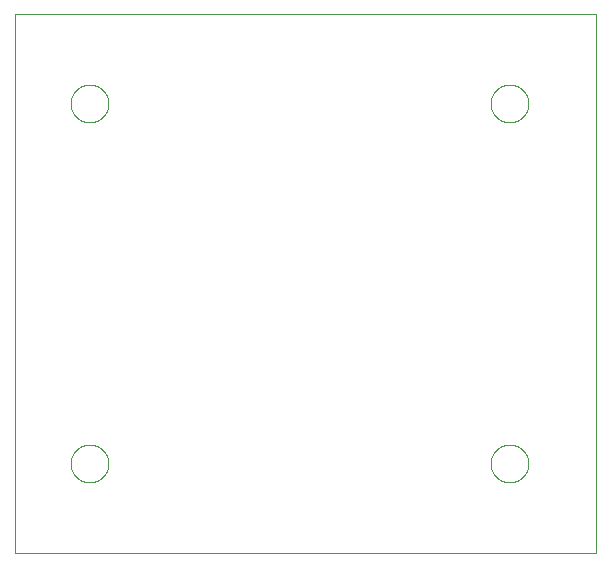
<source format=gbp>
G75*
%MOIN*%
%OFA0B0*%
%FSLAX25Y25*%
%IPPOS*%
%LPD*%
%AMOC8*
5,1,8,0,0,1.08239X$1,22.5*
%
%ADD10C,0.00000*%
D10*
X0001000Y0001000D02*
X0001000Y0180961D01*
X0194701Y0180961D01*
X0194701Y0001000D01*
X0001000Y0001000D01*
X0019701Y0031000D02*
X0019703Y0031158D01*
X0019709Y0031316D01*
X0019719Y0031474D01*
X0019733Y0031632D01*
X0019751Y0031789D01*
X0019772Y0031946D01*
X0019798Y0032102D01*
X0019828Y0032258D01*
X0019861Y0032413D01*
X0019899Y0032566D01*
X0019940Y0032719D01*
X0019985Y0032871D01*
X0020034Y0033022D01*
X0020087Y0033171D01*
X0020143Y0033319D01*
X0020203Y0033465D01*
X0020267Y0033610D01*
X0020335Y0033753D01*
X0020406Y0033895D01*
X0020480Y0034035D01*
X0020558Y0034172D01*
X0020640Y0034308D01*
X0020724Y0034442D01*
X0020813Y0034573D01*
X0020904Y0034702D01*
X0020999Y0034829D01*
X0021096Y0034954D01*
X0021197Y0035076D01*
X0021301Y0035195D01*
X0021408Y0035312D01*
X0021518Y0035426D01*
X0021631Y0035537D01*
X0021746Y0035646D01*
X0021864Y0035751D01*
X0021985Y0035853D01*
X0022108Y0035953D01*
X0022234Y0036049D01*
X0022362Y0036142D01*
X0022492Y0036232D01*
X0022625Y0036318D01*
X0022760Y0036402D01*
X0022896Y0036481D01*
X0023035Y0036558D01*
X0023176Y0036630D01*
X0023318Y0036700D01*
X0023462Y0036765D01*
X0023608Y0036827D01*
X0023755Y0036885D01*
X0023904Y0036940D01*
X0024054Y0036991D01*
X0024205Y0037038D01*
X0024357Y0037081D01*
X0024510Y0037120D01*
X0024665Y0037156D01*
X0024820Y0037187D01*
X0024976Y0037215D01*
X0025132Y0037239D01*
X0025289Y0037259D01*
X0025447Y0037275D01*
X0025604Y0037287D01*
X0025763Y0037295D01*
X0025921Y0037299D01*
X0026079Y0037299D01*
X0026237Y0037295D01*
X0026396Y0037287D01*
X0026553Y0037275D01*
X0026711Y0037259D01*
X0026868Y0037239D01*
X0027024Y0037215D01*
X0027180Y0037187D01*
X0027335Y0037156D01*
X0027490Y0037120D01*
X0027643Y0037081D01*
X0027795Y0037038D01*
X0027946Y0036991D01*
X0028096Y0036940D01*
X0028245Y0036885D01*
X0028392Y0036827D01*
X0028538Y0036765D01*
X0028682Y0036700D01*
X0028824Y0036630D01*
X0028965Y0036558D01*
X0029104Y0036481D01*
X0029240Y0036402D01*
X0029375Y0036318D01*
X0029508Y0036232D01*
X0029638Y0036142D01*
X0029766Y0036049D01*
X0029892Y0035953D01*
X0030015Y0035853D01*
X0030136Y0035751D01*
X0030254Y0035646D01*
X0030369Y0035537D01*
X0030482Y0035426D01*
X0030592Y0035312D01*
X0030699Y0035195D01*
X0030803Y0035076D01*
X0030904Y0034954D01*
X0031001Y0034829D01*
X0031096Y0034702D01*
X0031187Y0034573D01*
X0031276Y0034442D01*
X0031360Y0034308D01*
X0031442Y0034172D01*
X0031520Y0034035D01*
X0031594Y0033895D01*
X0031665Y0033753D01*
X0031733Y0033610D01*
X0031797Y0033465D01*
X0031857Y0033319D01*
X0031913Y0033171D01*
X0031966Y0033022D01*
X0032015Y0032871D01*
X0032060Y0032719D01*
X0032101Y0032566D01*
X0032139Y0032413D01*
X0032172Y0032258D01*
X0032202Y0032102D01*
X0032228Y0031946D01*
X0032249Y0031789D01*
X0032267Y0031632D01*
X0032281Y0031474D01*
X0032291Y0031316D01*
X0032297Y0031158D01*
X0032299Y0031000D01*
X0032297Y0030842D01*
X0032291Y0030684D01*
X0032281Y0030526D01*
X0032267Y0030368D01*
X0032249Y0030211D01*
X0032228Y0030054D01*
X0032202Y0029898D01*
X0032172Y0029742D01*
X0032139Y0029587D01*
X0032101Y0029434D01*
X0032060Y0029281D01*
X0032015Y0029129D01*
X0031966Y0028978D01*
X0031913Y0028829D01*
X0031857Y0028681D01*
X0031797Y0028535D01*
X0031733Y0028390D01*
X0031665Y0028247D01*
X0031594Y0028105D01*
X0031520Y0027965D01*
X0031442Y0027828D01*
X0031360Y0027692D01*
X0031276Y0027558D01*
X0031187Y0027427D01*
X0031096Y0027298D01*
X0031001Y0027171D01*
X0030904Y0027046D01*
X0030803Y0026924D01*
X0030699Y0026805D01*
X0030592Y0026688D01*
X0030482Y0026574D01*
X0030369Y0026463D01*
X0030254Y0026354D01*
X0030136Y0026249D01*
X0030015Y0026147D01*
X0029892Y0026047D01*
X0029766Y0025951D01*
X0029638Y0025858D01*
X0029508Y0025768D01*
X0029375Y0025682D01*
X0029240Y0025598D01*
X0029104Y0025519D01*
X0028965Y0025442D01*
X0028824Y0025370D01*
X0028682Y0025300D01*
X0028538Y0025235D01*
X0028392Y0025173D01*
X0028245Y0025115D01*
X0028096Y0025060D01*
X0027946Y0025009D01*
X0027795Y0024962D01*
X0027643Y0024919D01*
X0027490Y0024880D01*
X0027335Y0024844D01*
X0027180Y0024813D01*
X0027024Y0024785D01*
X0026868Y0024761D01*
X0026711Y0024741D01*
X0026553Y0024725D01*
X0026396Y0024713D01*
X0026237Y0024705D01*
X0026079Y0024701D01*
X0025921Y0024701D01*
X0025763Y0024705D01*
X0025604Y0024713D01*
X0025447Y0024725D01*
X0025289Y0024741D01*
X0025132Y0024761D01*
X0024976Y0024785D01*
X0024820Y0024813D01*
X0024665Y0024844D01*
X0024510Y0024880D01*
X0024357Y0024919D01*
X0024205Y0024962D01*
X0024054Y0025009D01*
X0023904Y0025060D01*
X0023755Y0025115D01*
X0023608Y0025173D01*
X0023462Y0025235D01*
X0023318Y0025300D01*
X0023176Y0025370D01*
X0023035Y0025442D01*
X0022896Y0025519D01*
X0022760Y0025598D01*
X0022625Y0025682D01*
X0022492Y0025768D01*
X0022362Y0025858D01*
X0022234Y0025951D01*
X0022108Y0026047D01*
X0021985Y0026147D01*
X0021864Y0026249D01*
X0021746Y0026354D01*
X0021631Y0026463D01*
X0021518Y0026574D01*
X0021408Y0026688D01*
X0021301Y0026805D01*
X0021197Y0026924D01*
X0021096Y0027046D01*
X0020999Y0027171D01*
X0020904Y0027298D01*
X0020813Y0027427D01*
X0020724Y0027558D01*
X0020640Y0027692D01*
X0020558Y0027828D01*
X0020480Y0027965D01*
X0020406Y0028105D01*
X0020335Y0028247D01*
X0020267Y0028390D01*
X0020203Y0028535D01*
X0020143Y0028681D01*
X0020087Y0028829D01*
X0020034Y0028978D01*
X0019985Y0029129D01*
X0019940Y0029281D01*
X0019899Y0029434D01*
X0019861Y0029587D01*
X0019828Y0029742D01*
X0019798Y0029898D01*
X0019772Y0030054D01*
X0019751Y0030211D01*
X0019733Y0030368D01*
X0019719Y0030526D01*
X0019709Y0030684D01*
X0019703Y0030842D01*
X0019701Y0031000D01*
X0019701Y0151000D02*
X0019703Y0151158D01*
X0019709Y0151316D01*
X0019719Y0151474D01*
X0019733Y0151632D01*
X0019751Y0151789D01*
X0019772Y0151946D01*
X0019798Y0152102D01*
X0019828Y0152258D01*
X0019861Y0152413D01*
X0019899Y0152566D01*
X0019940Y0152719D01*
X0019985Y0152871D01*
X0020034Y0153022D01*
X0020087Y0153171D01*
X0020143Y0153319D01*
X0020203Y0153465D01*
X0020267Y0153610D01*
X0020335Y0153753D01*
X0020406Y0153895D01*
X0020480Y0154035D01*
X0020558Y0154172D01*
X0020640Y0154308D01*
X0020724Y0154442D01*
X0020813Y0154573D01*
X0020904Y0154702D01*
X0020999Y0154829D01*
X0021096Y0154954D01*
X0021197Y0155076D01*
X0021301Y0155195D01*
X0021408Y0155312D01*
X0021518Y0155426D01*
X0021631Y0155537D01*
X0021746Y0155646D01*
X0021864Y0155751D01*
X0021985Y0155853D01*
X0022108Y0155953D01*
X0022234Y0156049D01*
X0022362Y0156142D01*
X0022492Y0156232D01*
X0022625Y0156318D01*
X0022760Y0156402D01*
X0022896Y0156481D01*
X0023035Y0156558D01*
X0023176Y0156630D01*
X0023318Y0156700D01*
X0023462Y0156765D01*
X0023608Y0156827D01*
X0023755Y0156885D01*
X0023904Y0156940D01*
X0024054Y0156991D01*
X0024205Y0157038D01*
X0024357Y0157081D01*
X0024510Y0157120D01*
X0024665Y0157156D01*
X0024820Y0157187D01*
X0024976Y0157215D01*
X0025132Y0157239D01*
X0025289Y0157259D01*
X0025447Y0157275D01*
X0025604Y0157287D01*
X0025763Y0157295D01*
X0025921Y0157299D01*
X0026079Y0157299D01*
X0026237Y0157295D01*
X0026396Y0157287D01*
X0026553Y0157275D01*
X0026711Y0157259D01*
X0026868Y0157239D01*
X0027024Y0157215D01*
X0027180Y0157187D01*
X0027335Y0157156D01*
X0027490Y0157120D01*
X0027643Y0157081D01*
X0027795Y0157038D01*
X0027946Y0156991D01*
X0028096Y0156940D01*
X0028245Y0156885D01*
X0028392Y0156827D01*
X0028538Y0156765D01*
X0028682Y0156700D01*
X0028824Y0156630D01*
X0028965Y0156558D01*
X0029104Y0156481D01*
X0029240Y0156402D01*
X0029375Y0156318D01*
X0029508Y0156232D01*
X0029638Y0156142D01*
X0029766Y0156049D01*
X0029892Y0155953D01*
X0030015Y0155853D01*
X0030136Y0155751D01*
X0030254Y0155646D01*
X0030369Y0155537D01*
X0030482Y0155426D01*
X0030592Y0155312D01*
X0030699Y0155195D01*
X0030803Y0155076D01*
X0030904Y0154954D01*
X0031001Y0154829D01*
X0031096Y0154702D01*
X0031187Y0154573D01*
X0031276Y0154442D01*
X0031360Y0154308D01*
X0031442Y0154172D01*
X0031520Y0154035D01*
X0031594Y0153895D01*
X0031665Y0153753D01*
X0031733Y0153610D01*
X0031797Y0153465D01*
X0031857Y0153319D01*
X0031913Y0153171D01*
X0031966Y0153022D01*
X0032015Y0152871D01*
X0032060Y0152719D01*
X0032101Y0152566D01*
X0032139Y0152413D01*
X0032172Y0152258D01*
X0032202Y0152102D01*
X0032228Y0151946D01*
X0032249Y0151789D01*
X0032267Y0151632D01*
X0032281Y0151474D01*
X0032291Y0151316D01*
X0032297Y0151158D01*
X0032299Y0151000D01*
X0032297Y0150842D01*
X0032291Y0150684D01*
X0032281Y0150526D01*
X0032267Y0150368D01*
X0032249Y0150211D01*
X0032228Y0150054D01*
X0032202Y0149898D01*
X0032172Y0149742D01*
X0032139Y0149587D01*
X0032101Y0149434D01*
X0032060Y0149281D01*
X0032015Y0149129D01*
X0031966Y0148978D01*
X0031913Y0148829D01*
X0031857Y0148681D01*
X0031797Y0148535D01*
X0031733Y0148390D01*
X0031665Y0148247D01*
X0031594Y0148105D01*
X0031520Y0147965D01*
X0031442Y0147828D01*
X0031360Y0147692D01*
X0031276Y0147558D01*
X0031187Y0147427D01*
X0031096Y0147298D01*
X0031001Y0147171D01*
X0030904Y0147046D01*
X0030803Y0146924D01*
X0030699Y0146805D01*
X0030592Y0146688D01*
X0030482Y0146574D01*
X0030369Y0146463D01*
X0030254Y0146354D01*
X0030136Y0146249D01*
X0030015Y0146147D01*
X0029892Y0146047D01*
X0029766Y0145951D01*
X0029638Y0145858D01*
X0029508Y0145768D01*
X0029375Y0145682D01*
X0029240Y0145598D01*
X0029104Y0145519D01*
X0028965Y0145442D01*
X0028824Y0145370D01*
X0028682Y0145300D01*
X0028538Y0145235D01*
X0028392Y0145173D01*
X0028245Y0145115D01*
X0028096Y0145060D01*
X0027946Y0145009D01*
X0027795Y0144962D01*
X0027643Y0144919D01*
X0027490Y0144880D01*
X0027335Y0144844D01*
X0027180Y0144813D01*
X0027024Y0144785D01*
X0026868Y0144761D01*
X0026711Y0144741D01*
X0026553Y0144725D01*
X0026396Y0144713D01*
X0026237Y0144705D01*
X0026079Y0144701D01*
X0025921Y0144701D01*
X0025763Y0144705D01*
X0025604Y0144713D01*
X0025447Y0144725D01*
X0025289Y0144741D01*
X0025132Y0144761D01*
X0024976Y0144785D01*
X0024820Y0144813D01*
X0024665Y0144844D01*
X0024510Y0144880D01*
X0024357Y0144919D01*
X0024205Y0144962D01*
X0024054Y0145009D01*
X0023904Y0145060D01*
X0023755Y0145115D01*
X0023608Y0145173D01*
X0023462Y0145235D01*
X0023318Y0145300D01*
X0023176Y0145370D01*
X0023035Y0145442D01*
X0022896Y0145519D01*
X0022760Y0145598D01*
X0022625Y0145682D01*
X0022492Y0145768D01*
X0022362Y0145858D01*
X0022234Y0145951D01*
X0022108Y0146047D01*
X0021985Y0146147D01*
X0021864Y0146249D01*
X0021746Y0146354D01*
X0021631Y0146463D01*
X0021518Y0146574D01*
X0021408Y0146688D01*
X0021301Y0146805D01*
X0021197Y0146924D01*
X0021096Y0147046D01*
X0020999Y0147171D01*
X0020904Y0147298D01*
X0020813Y0147427D01*
X0020724Y0147558D01*
X0020640Y0147692D01*
X0020558Y0147828D01*
X0020480Y0147965D01*
X0020406Y0148105D01*
X0020335Y0148247D01*
X0020267Y0148390D01*
X0020203Y0148535D01*
X0020143Y0148681D01*
X0020087Y0148829D01*
X0020034Y0148978D01*
X0019985Y0149129D01*
X0019940Y0149281D01*
X0019899Y0149434D01*
X0019861Y0149587D01*
X0019828Y0149742D01*
X0019798Y0149898D01*
X0019772Y0150054D01*
X0019751Y0150211D01*
X0019733Y0150368D01*
X0019719Y0150526D01*
X0019709Y0150684D01*
X0019703Y0150842D01*
X0019701Y0151000D01*
X0159701Y0151000D02*
X0159703Y0151158D01*
X0159709Y0151316D01*
X0159719Y0151474D01*
X0159733Y0151632D01*
X0159751Y0151789D01*
X0159772Y0151946D01*
X0159798Y0152102D01*
X0159828Y0152258D01*
X0159861Y0152413D01*
X0159899Y0152566D01*
X0159940Y0152719D01*
X0159985Y0152871D01*
X0160034Y0153022D01*
X0160087Y0153171D01*
X0160143Y0153319D01*
X0160203Y0153465D01*
X0160267Y0153610D01*
X0160335Y0153753D01*
X0160406Y0153895D01*
X0160480Y0154035D01*
X0160558Y0154172D01*
X0160640Y0154308D01*
X0160724Y0154442D01*
X0160813Y0154573D01*
X0160904Y0154702D01*
X0160999Y0154829D01*
X0161096Y0154954D01*
X0161197Y0155076D01*
X0161301Y0155195D01*
X0161408Y0155312D01*
X0161518Y0155426D01*
X0161631Y0155537D01*
X0161746Y0155646D01*
X0161864Y0155751D01*
X0161985Y0155853D01*
X0162108Y0155953D01*
X0162234Y0156049D01*
X0162362Y0156142D01*
X0162492Y0156232D01*
X0162625Y0156318D01*
X0162760Y0156402D01*
X0162896Y0156481D01*
X0163035Y0156558D01*
X0163176Y0156630D01*
X0163318Y0156700D01*
X0163462Y0156765D01*
X0163608Y0156827D01*
X0163755Y0156885D01*
X0163904Y0156940D01*
X0164054Y0156991D01*
X0164205Y0157038D01*
X0164357Y0157081D01*
X0164510Y0157120D01*
X0164665Y0157156D01*
X0164820Y0157187D01*
X0164976Y0157215D01*
X0165132Y0157239D01*
X0165289Y0157259D01*
X0165447Y0157275D01*
X0165604Y0157287D01*
X0165763Y0157295D01*
X0165921Y0157299D01*
X0166079Y0157299D01*
X0166237Y0157295D01*
X0166396Y0157287D01*
X0166553Y0157275D01*
X0166711Y0157259D01*
X0166868Y0157239D01*
X0167024Y0157215D01*
X0167180Y0157187D01*
X0167335Y0157156D01*
X0167490Y0157120D01*
X0167643Y0157081D01*
X0167795Y0157038D01*
X0167946Y0156991D01*
X0168096Y0156940D01*
X0168245Y0156885D01*
X0168392Y0156827D01*
X0168538Y0156765D01*
X0168682Y0156700D01*
X0168824Y0156630D01*
X0168965Y0156558D01*
X0169104Y0156481D01*
X0169240Y0156402D01*
X0169375Y0156318D01*
X0169508Y0156232D01*
X0169638Y0156142D01*
X0169766Y0156049D01*
X0169892Y0155953D01*
X0170015Y0155853D01*
X0170136Y0155751D01*
X0170254Y0155646D01*
X0170369Y0155537D01*
X0170482Y0155426D01*
X0170592Y0155312D01*
X0170699Y0155195D01*
X0170803Y0155076D01*
X0170904Y0154954D01*
X0171001Y0154829D01*
X0171096Y0154702D01*
X0171187Y0154573D01*
X0171276Y0154442D01*
X0171360Y0154308D01*
X0171442Y0154172D01*
X0171520Y0154035D01*
X0171594Y0153895D01*
X0171665Y0153753D01*
X0171733Y0153610D01*
X0171797Y0153465D01*
X0171857Y0153319D01*
X0171913Y0153171D01*
X0171966Y0153022D01*
X0172015Y0152871D01*
X0172060Y0152719D01*
X0172101Y0152566D01*
X0172139Y0152413D01*
X0172172Y0152258D01*
X0172202Y0152102D01*
X0172228Y0151946D01*
X0172249Y0151789D01*
X0172267Y0151632D01*
X0172281Y0151474D01*
X0172291Y0151316D01*
X0172297Y0151158D01*
X0172299Y0151000D01*
X0172297Y0150842D01*
X0172291Y0150684D01*
X0172281Y0150526D01*
X0172267Y0150368D01*
X0172249Y0150211D01*
X0172228Y0150054D01*
X0172202Y0149898D01*
X0172172Y0149742D01*
X0172139Y0149587D01*
X0172101Y0149434D01*
X0172060Y0149281D01*
X0172015Y0149129D01*
X0171966Y0148978D01*
X0171913Y0148829D01*
X0171857Y0148681D01*
X0171797Y0148535D01*
X0171733Y0148390D01*
X0171665Y0148247D01*
X0171594Y0148105D01*
X0171520Y0147965D01*
X0171442Y0147828D01*
X0171360Y0147692D01*
X0171276Y0147558D01*
X0171187Y0147427D01*
X0171096Y0147298D01*
X0171001Y0147171D01*
X0170904Y0147046D01*
X0170803Y0146924D01*
X0170699Y0146805D01*
X0170592Y0146688D01*
X0170482Y0146574D01*
X0170369Y0146463D01*
X0170254Y0146354D01*
X0170136Y0146249D01*
X0170015Y0146147D01*
X0169892Y0146047D01*
X0169766Y0145951D01*
X0169638Y0145858D01*
X0169508Y0145768D01*
X0169375Y0145682D01*
X0169240Y0145598D01*
X0169104Y0145519D01*
X0168965Y0145442D01*
X0168824Y0145370D01*
X0168682Y0145300D01*
X0168538Y0145235D01*
X0168392Y0145173D01*
X0168245Y0145115D01*
X0168096Y0145060D01*
X0167946Y0145009D01*
X0167795Y0144962D01*
X0167643Y0144919D01*
X0167490Y0144880D01*
X0167335Y0144844D01*
X0167180Y0144813D01*
X0167024Y0144785D01*
X0166868Y0144761D01*
X0166711Y0144741D01*
X0166553Y0144725D01*
X0166396Y0144713D01*
X0166237Y0144705D01*
X0166079Y0144701D01*
X0165921Y0144701D01*
X0165763Y0144705D01*
X0165604Y0144713D01*
X0165447Y0144725D01*
X0165289Y0144741D01*
X0165132Y0144761D01*
X0164976Y0144785D01*
X0164820Y0144813D01*
X0164665Y0144844D01*
X0164510Y0144880D01*
X0164357Y0144919D01*
X0164205Y0144962D01*
X0164054Y0145009D01*
X0163904Y0145060D01*
X0163755Y0145115D01*
X0163608Y0145173D01*
X0163462Y0145235D01*
X0163318Y0145300D01*
X0163176Y0145370D01*
X0163035Y0145442D01*
X0162896Y0145519D01*
X0162760Y0145598D01*
X0162625Y0145682D01*
X0162492Y0145768D01*
X0162362Y0145858D01*
X0162234Y0145951D01*
X0162108Y0146047D01*
X0161985Y0146147D01*
X0161864Y0146249D01*
X0161746Y0146354D01*
X0161631Y0146463D01*
X0161518Y0146574D01*
X0161408Y0146688D01*
X0161301Y0146805D01*
X0161197Y0146924D01*
X0161096Y0147046D01*
X0160999Y0147171D01*
X0160904Y0147298D01*
X0160813Y0147427D01*
X0160724Y0147558D01*
X0160640Y0147692D01*
X0160558Y0147828D01*
X0160480Y0147965D01*
X0160406Y0148105D01*
X0160335Y0148247D01*
X0160267Y0148390D01*
X0160203Y0148535D01*
X0160143Y0148681D01*
X0160087Y0148829D01*
X0160034Y0148978D01*
X0159985Y0149129D01*
X0159940Y0149281D01*
X0159899Y0149434D01*
X0159861Y0149587D01*
X0159828Y0149742D01*
X0159798Y0149898D01*
X0159772Y0150054D01*
X0159751Y0150211D01*
X0159733Y0150368D01*
X0159719Y0150526D01*
X0159709Y0150684D01*
X0159703Y0150842D01*
X0159701Y0151000D01*
X0159701Y0031000D02*
X0159703Y0031158D01*
X0159709Y0031316D01*
X0159719Y0031474D01*
X0159733Y0031632D01*
X0159751Y0031789D01*
X0159772Y0031946D01*
X0159798Y0032102D01*
X0159828Y0032258D01*
X0159861Y0032413D01*
X0159899Y0032566D01*
X0159940Y0032719D01*
X0159985Y0032871D01*
X0160034Y0033022D01*
X0160087Y0033171D01*
X0160143Y0033319D01*
X0160203Y0033465D01*
X0160267Y0033610D01*
X0160335Y0033753D01*
X0160406Y0033895D01*
X0160480Y0034035D01*
X0160558Y0034172D01*
X0160640Y0034308D01*
X0160724Y0034442D01*
X0160813Y0034573D01*
X0160904Y0034702D01*
X0160999Y0034829D01*
X0161096Y0034954D01*
X0161197Y0035076D01*
X0161301Y0035195D01*
X0161408Y0035312D01*
X0161518Y0035426D01*
X0161631Y0035537D01*
X0161746Y0035646D01*
X0161864Y0035751D01*
X0161985Y0035853D01*
X0162108Y0035953D01*
X0162234Y0036049D01*
X0162362Y0036142D01*
X0162492Y0036232D01*
X0162625Y0036318D01*
X0162760Y0036402D01*
X0162896Y0036481D01*
X0163035Y0036558D01*
X0163176Y0036630D01*
X0163318Y0036700D01*
X0163462Y0036765D01*
X0163608Y0036827D01*
X0163755Y0036885D01*
X0163904Y0036940D01*
X0164054Y0036991D01*
X0164205Y0037038D01*
X0164357Y0037081D01*
X0164510Y0037120D01*
X0164665Y0037156D01*
X0164820Y0037187D01*
X0164976Y0037215D01*
X0165132Y0037239D01*
X0165289Y0037259D01*
X0165447Y0037275D01*
X0165604Y0037287D01*
X0165763Y0037295D01*
X0165921Y0037299D01*
X0166079Y0037299D01*
X0166237Y0037295D01*
X0166396Y0037287D01*
X0166553Y0037275D01*
X0166711Y0037259D01*
X0166868Y0037239D01*
X0167024Y0037215D01*
X0167180Y0037187D01*
X0167335Y0037156D01*
X0167490Y0037120D01*
X0167643Y0037081D01*
X0167795Y0037038D01*
X0167946Y0036991D01*
X0168096Y0036940D01*
X0168245Y0036885D01*
X0168392Y0036827D01*
X0168538Y0036765D01*
X0168682Y0036700D01*
X0168824Y0036630D01*
X0168965Y0036558D01*
X0169104Y0036481D01*
X0169240Y0036402D01*
X0169375Y0036318D01*
X0169508Y0036232D01*
X0169638Y0036142D01*
X0169766Y0036049D01*
X0169892Y0035953D01*
X0170015Y0035853D01*
X0170136Y0035751D01*
X0170254Y0035646D01*
X0170369Y0035537D01*
X0170482Y0035426D01*
X0170592Y0035312D01*
X0170699Y0035195D01*
X0170803Y0035076D01*
X0170904Y0034954D01*
X0171001Y0034829D01*
X0171096Y0034702D01*
X0171187Y0034573D01*
X0171276Y0034442D01*
X0171360Y0034308D01*
X0171442Y0034172D01*
X0171520Y0034035D01*
X0171594Y0033895D01*
X0171665Y0033753D01*
X0171733Y0033610D01*
X0171797Y0033465D01*
X0171857Y0033319D01*
X0171913Y0033171D01*
X0171966Y0033022D01*
X0172015Y0032871D01*
X0172060Y0032719D01*
X0172101Y0032566D01*
X0172139Y0032413D01*
X0172172Y0032258D01*
X0172202Y0032102D01*
X0172228Y0031946D01*
X0172249Y0031789D01*
X0172267Y0031632D01*
X0172281Y0031474D01*
X0172291Y0031316D01*
X0172297Y0031158D01*
X0172299Y0031000D01*
X0172297Y0030842D01*
X0172291Y0030684D01*
X0172281Y0030526D01*
X0172267Y0030368D01*
X0172249Y0030211D01*
X0172228Y0030054D01*
X0172202Y0029898D01*
X0172172Y0029742D01*
X0172139Y0029587D01*
X0172101Y0029434D01*
X0172060Y0029281D01*
X0172015Y0029129D01*
X0171966Y0028978D01*
X0171913Y0028829D01*
X0171857Y0028681D01*
X0171797Y0028535D01*
X0171733Y0028390D01*
X0171665Y0028247D01*
X0171594Y0028105D01*
X0171520Y0027965D01*
X0171442Y0027828D01*
X0171360Y0027692D01*
X0171276Y0027558D01*
X0171187Y0027427D01*
X0171096Y0027298D01*
X0171001Y0027171D01*
X0170904Y0027046D01*
X0170803Y0026924D01*
X0170699Y0026805D01*
X0170592Y0026688D01*
X0170482Y0026574D01*
X0170369Y0026463D01*
X0170254Y0026354D01*
X0170136Y0026249D01*
X0170015Y0026147D01*
X0169892Y0026047D01*
X0169766Y0025951D01*
X0169638Y0025858D01*
X0169508Y0025768D01*
X0169375Y0025682D01*
X0169240Y0025598D01*
X0169104Y0025519D01*
X0168965Y0025442D01*
X0168824Y0025370D01*
X0168682Y0025300D01*
X0168538Y0025235D01*
X0168392Y0025173D01*
X0168245Y0025115D01*
X0168096Y0025060D01*
X0167946Y0025009D01*
X0167795Y0024962D01*
X0167643Y0024919D01*
X0167490Y0024880D01*
X0167335Y0024844D01*
X0167180Y0024813D01*
X0167024Y0024785D01*
X0166868Y0024761D01*
X0166711Y0024741D01*
X0166553Y0024725D01*
X0166396Y0024713D01*
X0166237Y0024705D01*
X0166079Y0024701D01*
X0165921Y0024701D01*
X0165763Y0024705D01*
X0165604Y0024713D01*
X0165447Y0024725D01*
X0165289Y0024741D01*
X0165132Y0024761D01*
X0164976Y0024785D01*
X0164820Y0024813D01*
X0164665Y0024844D01*
X0164510Y0024880D01*
X0164357Y0024919D01*
X0164205Y0024962D01*
X0164054Y0025009D01*
X0163904Y0025060D01*
X0163755Y0025115D01*
X0163608Y0025173D01*
X0163462Y0025235D01*
X0163318Y0025300D01*
X0163176Y0025370D01*
X0163035Y0025442D01*
X0162896Y0025519D01*
X0162760Y0025598D01*
X0162625Y0025682D01*
X0162492Y0025768D01*
X0162362Y0025858D01*
X0162234Y0025951D01*
X0162108Y0026047D01*
X0161985Y0026147D01*
X0161864Y0026249D01*
X0161746Y0026354D01*
X0161631Y0026463D01*
X0161518Y0026574D01*
X0161408Y0026688D01*
X0161301Y0026805D01*
X0161197Y0026924D01*
X0161096Y0027046D01*
X0160999Y0027171D01*
X0160904Y0027298D01*
X0160813Y0027427D01*
X0160724Y0027558D01*
X0160640Y0027692D01*
X0160558Y0027828D01*
X0160480Y0027965D01*
X0160406Y0028105D01*
X0160335Y0028247D01*
X0160267Y0028390D01*
X0160203Y0028535D01*
X0160143Y0028681D01*
X0160087Y0028829D01*
X0160034Y0028978D01*
X0159985Y0029129D01*
X0159940Y0029281D01*
X0159899Y0029434D01*
X0159861Y0029587D01*
X0159828Y0029742D01*
X0159798Y0029898D01*
X0159772Y0030054D01*
X0159751Y0030211D01*
X0159733Y0030368D01*
X0159719Y0030526D01*
X0159709Y0030684D01*
X0159703Y0030842D01*
X0159701Y0031000D01*
M02*

</source>
